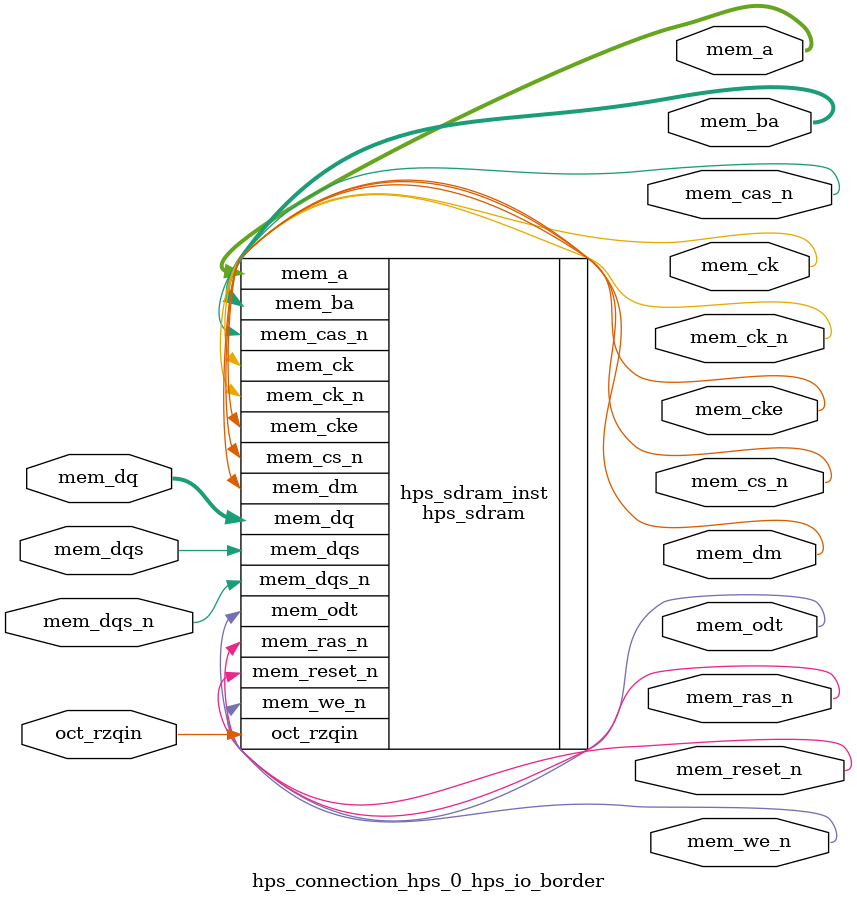
<source format=sv>


module hps_connection_hps_0_hps_io_border(
// memory
  output wire [13 - 1 : 0 ] mem_a
 ,output wire [3 - 1 : 0 ] mem_ba
 ,output wire [1 - 1 : 0 ] mem_ck
 ,output wire [1 - 1 : 0 ] mem_ck_n
 ,output wire [1 - 1 : 0 ] mem_cke
 ,output wire [1 - 1 : 0 ] mem_cs_n
 ,output wire [1 - 1 : 0 ] mem_ras_n
 ,output wire [1 - 1 : 0 ] mem_cas_n
 ,output wire [1 - 1 : 0 ] mem_we_n
 ,output wire [1 - 1 : 0 ] mem_reset_n
 ,inout wire [8 - 1 : 0 ] mem_dq
 ,inout wire [1 - 1 : 0 ] mem_dqs
 ,inout wire [1 - 1 : 0 ] mem_dqs_n
 ,output wire [1 - 1 : 0 ] mem_odt
 ,output wire [1 - 1 : 0 ] mem_dm
 ,input wire [1 - 1 : 0 ] oct_rzqin
);


hps_sdram hps_sdram_inst(
 .mem_dq({
    mem_dq[7:0] // 7:0
  })
,.mem_odt({
    mem_odt[0:0] // 0:0
  })
,.mem_ras_n({
    mem_ras_n[0:0] // 0:0
  })
,.mem_dqs_n({
    mem_dqs_n[0:0] // 0:0
  })
,.mem_dqs({
    mem_dqs[0:0] // 0:0
  })
,.mem_dm({
    mem_dm[0:0] // 0:0
  })
,.mem_we_n({
    mem_we_n[0:0] // 0:0
  })
,.mem_cas_n({
    mem_cas_n[0:0] // 0:0
  })
,.mem_ba({
    mem_ba[2:0] // 2:0
  })
,.mem_a({
    mem_a[12:0] // 12:0
  })
,.mem_cs_n({
    mem_cs_n[0:0] // 0:0
  })
,.mem_ck({
    mem_ck[0:0] // 0:0
  })
,.mem_cke({
    mem_cke[0:0] // 0:0
  })
,.oct_rzqin({
    oct_rzqin[0:0] // 0:0
  })
,.mem_reset_n({
    mem_reset_n[0:0] // 0:0
  })
,.mem_ck_n({
    mem_ck_n[0:0] // 0:0
  })
);

endmodule


</source>
